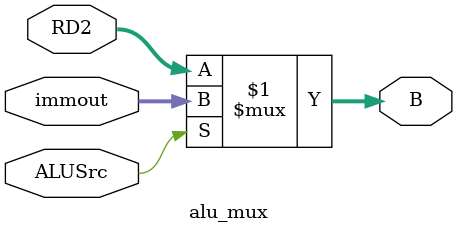
<source format=v>
`timescale 1ns / 1ps
module alu_mux( 
  input[31:0]  RD2, 
  input[31:0] immout,    
  input ALUSrc,       
  output[31:0] B);  
  assign B=ALUSrc?immout: RD2;//¿ØÖÆÐÅºÅÎª1£¬Ñ¡ÔñÁ¢¼´Êý£¬Îª0Ñ¡Ôñ¼Ä´æÆ÷
endmodule
        
</source>
